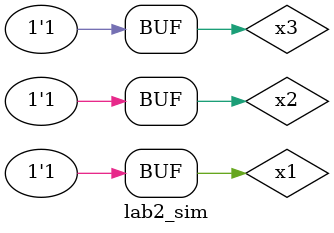
<source format=v>
`timescale 1ns / 1ps

module lab2_sim;
reg x1, x2, x3;
wire f;

example uut(.x1(x1), .x2(x2), .x3(x3));
initial begin
 x1=0; x2=0; x3=0;
 #1 x1=0; x2=0; x3=1; 
 #1 x1=0; x2=1; x3=0; 
 #1 x1=0; x2=1; x3=1;
 #1 x1=1; x2=0; x3=0;
 #1 x1=1; x2=0; x3=1; 
 #1 x1=1; x2=1; x3=0; 
 #1 x1=1; x2=1; x3=1;
 end
endmodule

</source>
